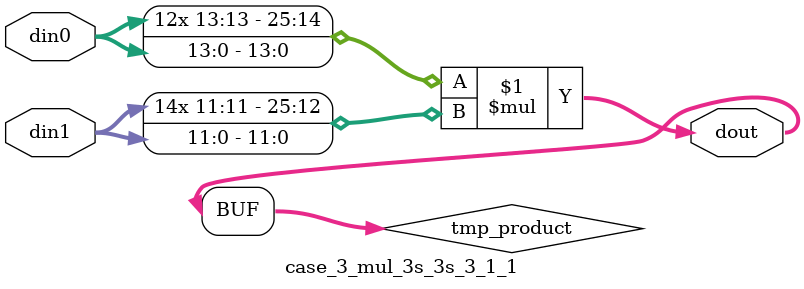
<source format=v>

`timescale 1 ns / 1 ps

 module case_3_mul_3s_3s_3_1_1(din0, din1, dout);
parameter ID = 1;
parameter NUM_STAGE = 0;
parameter din0_WIDTH = 14;
parameter din1_WIDTH = 12;
parameter dout_WIDTH = 26;

input [din0_WIDTH - 1 : 0] din0; 
input [din1_WIDTH - 1 : 0] din1; 
output [dout_WIDTH - 1 : 0] dout;

wire signed [dout_WIDTH - 1 : 0] tmp_product;



























assign tmp_product = $signed(din0) * $signed(din1);








assign dout = tmp_product;





















endmodule

</source>
